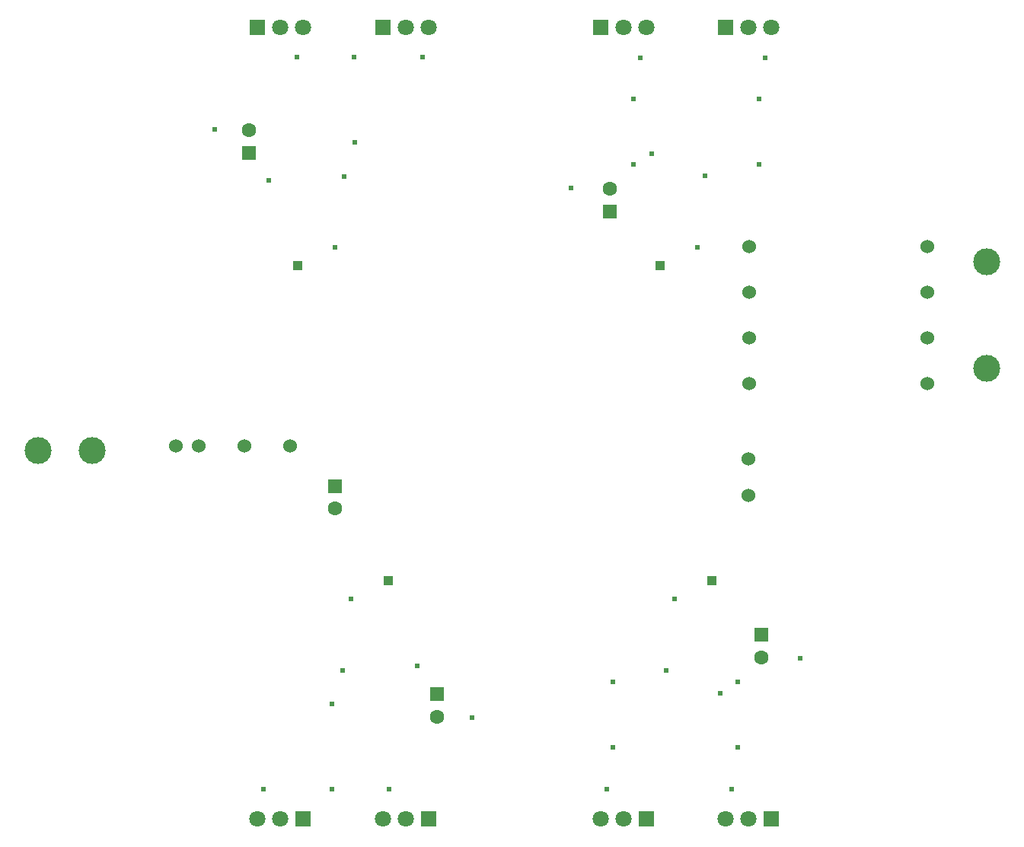
<source format=gbr>
G04 #@! TF.GenerationSoftware,KiCad,Pcbnew,(5.1.2)-1*
G04 #@! TF.CreationDate,2019-05-29T22:51:05-07:00*
G04 #@! TF.ProjectId,1000WConverter_r1_ctrl,31303030-5743-46f6-9e76-65727465725f,rev?*
G04 #@! TF.SameCoordinates,Original*
G04 #@! TF.FileFunction,Soldermask,Bot*
G04 #@! TF.FilePolarity,Negative*
%FSLAX46Y46*%
G04 Gerber Fmt 4.6, Leading zero omitted, Abs format (unit mm)*
G04 Created by KiCad (PCBNEW (5.1.2)-1) date 2019-05-29 22:51:05*
%MOMM*%
%LPD*%
G04 APERTURE LIST*
%ADD10C,0.609600*%
%ADD11C,1.800000*%
%ADD12R,1.800000X1.800000*%
%ADD13R,1.016000X1.016000*%
%ADD14C,1.600000*%
%ADD15R,1.600000X1.600000*%
%ADD16C,1.524000*%
%ADD17C,3.000000*%
G04 APERTURE END LIST*
D10*
X24140000Y-40691600D03*
X10240000Y-40691600D03*
X10940000Y-36088400D03*
X10940000Y-28788400D03*
X16898400Y-27532500D03*
X24840000Y-36088400D03*
X24840000Y-28788400D03*
X22867500Y-30011600D03*
X17767500Y-19578400D03*
D11*
X9560000Y-44000000D03*
D12*
X14640000Y-44000000D03*
D11*
X12100000Y-44000000D03*
X26000000Y-44000000D03*
D12*
X28540000Y-44000000D03*
D11*
X23460000Y-44000000D03*
D13*
X21917500Y-17500000D03*
D14*
X27467500Y-26060000D03*
D15*
X27467500Y-23560000D03*
D10*
X31792500Y-26150000D03*
X13960000Y40691600D03*
X27860000Y40691600D03*
X27160000Y36088400D03*
X27160000Y28788400D03*
X21201600Y27532500D03*
X13260000Y36088400D03*
X13260000Y28788400D03*
X15232500Y30011600D03*
X20332500Y19578400D03*
D11*
X28540000Y44000000D03*
D12*
X23460000Y44000000D03*
D11*
X26000000Y44000000D03*
X12100000Y44000000D03*
D12*
X9560000Y44000000D03*
D11*
X14640000Y44000000D03*
D13*
X16182500Y17500000D03*
D14*
X10632500Y26060000D03*
D15*
X10632500Y23560000D03*
D10*
X6307500Y26150000D03*
X-17810000Y40725000D03*
X-10185000Y40700000D03*
X-24185000Y40700000D03*
X-17765000Y31235000D03*
X-19940000Y19550000D03*
X-18985000Y27485000D03*
D15*
X-29490000Y30100000D03*
D14*
X-29490000Y32640000D03*
D11*
X-9510000Y44000000D03*
D12*
X-14590000Y44000000D03*
D11*
X-12050000Y44000000D03*
D13*
X-24090000Y17500000D03*
D11*
X-26050000Y44000000D03*
D12*
X-28590000Y44000000D03*
D11*
X-23510000Y44000000D03*
D10*
X-33375000Y32725000D03*
X-27300000Y27025000D03*
X-20290000Y-40725000D03*
X-27915000Y-40700000D03*
X-13915000Y-40700000D03*
X-20335000Y-31235000D03*
X-18160000Y-19550000D03*
X-19115000Y-27485000D03*
D15*
X-8610000Y-30100000D03*
D14*
X-8610000Y-32640000D03*
D11*
X-28590000Y-44000000D03*
D12*
X-23510000Y-44000000D03*
D11*
X-26050000Y-44000000D03*
D13*
X-14010000Y-17500000D03*
D11*
X-12050000Y-44000000D03*
D12*
X-9510000Y-44000000D03*
D11*
X-14590000Y-44000000D03*
D10*
X-4725000Y-32725000D03*
X-10800000Y-27025000D03*
D16*
X26000000Y-4000000D03*
X26000000Y-8000000D03*
X-30000000Y-2540000D03*
X-24920000Y-2540000D03*
X-35080000Y-2540000D03*
X-37620000Y-2540000D03*
X45906000Y14540000D03*
X45906000Y19620000D03*
X45906000Y9460000D03*
X45906000Y4380000D03*
X26094000Y19620000D03*
X26094000Y14540000D03*
X26094000Y9460000D03*
X26094000Y4380000D03*
D17*
X-47000000Y-3000000D03*
X-53000000Y-3000000D03*
X52500000Y6100000D03*
X52500000Y18000000D03*
D14*
X-20000000Y-9500000D03*
D15*
X-20000000Y-7000000D03*
M02*

</source>
